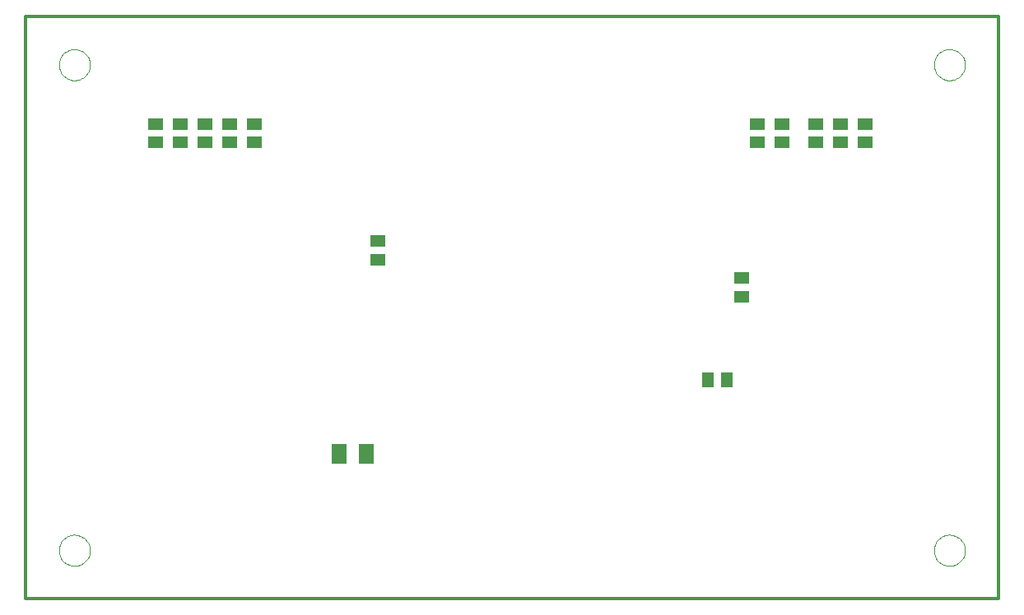
<source format=gtp>
G75*
%MOIN*%
%OFA0B0*%
%FSLAX24Y24*%
%IPPOS*%
%LPD*%
%AMOC8*
5,1,8,0,0,1.08239X$1,22.5*
%
%ADD10C,0.0120*%
%ADD11R,0.0591X0.0512*%
%ADD12R,0.0512X0.0591*%
%ADD13R,0.0630X0.0787*%
%ADD14C,0.0000*%
D10*
X009609Y006799D02*
X009609Y030421D01*
X048979Y030421D01*
X048979Y006799D01*
X009609Y006799D01*
D11*
X023859Y020551D03*
X023859Y021299D03*
X018859Y025301D03*
X018859Y026049D03*
X017859Y026049D03*
X016859Y026049D03*
X016859Y025301D03*
X017859Y025301D03*
X015859Y025301D03*
X015859Y026049D03*
X014859Y026049D03*
X014859Y025301D03*
X038609Y019799D03*
X038609Y019051D03*
X039234Y025301D03*
X039234Y026049D03*
X040234Y026049D03*
X040234Y025301D03*
X041609Y025301D03*
X042609Y025301D03*
X042609Y026049D03*
X041609Y026049D03*
X043609Y026049D03*
X043609Y025301D03*
D12*
X037983Y015675D03*
X037235Y015675D03*
D13*
X023410Y012675D03*
X022307Y012675D03*
D14*
X010947Y008767D02*
X010949Y008817D01*
X010955Y008867D01*
X010965Y008916D01*
X010979Y008964D01*
X010996Y009011D01*
X011017Y009056D01*
X011042Y009100D01*
X011070Y009141D01*
X011102Y009180D01*
X011136Y009217D01*
X011173Y009251D01*
X011213Y009281D01*
X011255Y009308D01*
X011299Y009332D01*
X011345Y009353D01*
X011392Y009369D01*
X011440Y009382D01*
X011490Y009391D01*
X011539Y009396D01*
X011590Y009397D01*
X011640Y009394D01*
X011689Y009387D01*
X011738Y009376D01*
X011786Y009361D01*
X011832Y009343D01*
X011877Y009321D01*
X011920Y009295D01*
X011961Y009266D01*
X012000Y009234D01*
X012036Y009199D01*
X012068Y009161D01*
X012098Y009121D01*
X012125Y009078D01*
X012148Y009034D01*
X012167Y008988D01*
X012183Y008940D01*
X012195Y008891D01*
X012203Y008842D01*
X012207Y008792D01*
X012207Y008742D01*
X012203Y008692D01*
X012195Y008643D01*
X012183Y008594D01*
X012167Y008546D01*
X012148Y008500D01*
X012125Y008456D01*
X012098Y008413D01*
X012068Y008373D01*
X012036Y008335D01*
X012000Y008300D01*
X011961Y008268D01*
X011920Y008239D01*
X011877Y008213D01*
X011832Y008191D01*
X011786Y008173D01*
X011738Y008158D01*
X011689Y008147D01*
X011640Y008140D01*
X011590Y008137D01*
X011539Y008138D01*
X011490Y008143D01*
X011440Y008152D01*
X011392Y008165D01*
X011345Y008181D01*
X011299Y008202D01*
X011255Y008226D01*
X011213Y008253D01*
X011173Y008283D01*
X011136Y008317D01*
X011102Y008354D01*
X011070Y008393D01*
X011042Y008434D01*
X011017Y008478D01*
X010996Y008523D01*
X010979Y008570D01*
X010965Y008618D01*
X010955Y008667D01*
X010949Y008717D01*
X010947Y008767D01*
X010947Y028452D02*
X010949Y028502D01*
X010955Y028552D01*
X010965Y028601D01*
X010979Y028649D01*
X010996Y028696D01*
X011017Y028741D01*
X011042Y028785D01*
X011070Y028826D01*
X011102Y028865D01*
X011136Y028902D01*
X011173Y028936D01*
X011213Y028966D01*
X011255Y028993D01*
X011299Y029017D01*
X011345Y029038D01*
X011392Y029054D01*
X011440Y029067D01*
X011490Y029076D01*
X011539Y029081D01*
X011590Y029082D01*
X011640Y029079D01*
X011689Y029072D01*
X011738Y029061D01*
X011786Y029046D01*
X011832Y029028D01*
X011877Y029006D01*
X011920Y028980D01*
X011961Y028951D01*
X012000Y028919D01*
X012036Y028884D01*
X012068Y028846D01*
X012098Y028806D01*
X012125Y028763D01*
X012148Y028719D01*
X012167Y028673D01*
X012183Y028625D01*
X012195Y028576D01*
X012203Y028527D01*
X012207Y028477D01*
X012207Y028427D01*
X012203Y028377D01*
X012195Y028328D01*
X012183Y028279D01*
X012167Y028231D01*
X012148Y028185D01*
X012125Y028141D01*
X012098Y028098D01*
X012068Y028058D01*
X012036Y028020D01*
X012000Y027985D01*
X011961Y027953D01*
X011920Y027924D01*
X011877Y027898D01*
X011832Y027876D01*
X011786Y027858D01*
X011738Y027843D01*
X011689Y027832D01*
X011640Y027825D01*
X011590Y027822D01*
X011539Y027823D01*
X011490Y027828D01*
X011440Y027837D01*
X011392Y027850D01*
X011345Y027866D01*
X011299Y027887D01*
X011255Y027911D01*
X011213Y027938D01*
X011173Y027968D01*
X011136Y028002D01*
X011102Y028039D01*
X011070Y028078D01*
X011042Y028119D01*
X011017Y028163D01*
X010996Y028208D01*
X010979Y028255D01*
X010965Y028303D01*
X010955Y028352D01*
X010949Y028402D01*
X010947Y028452D01*
X046380Y028452D02*
X046382Y028502D01*
X046388Y028552D01*
X046398Y028601D01*
X046412Y028649D01*
X046429Y028696D01*
X046450Y028741D01*
X046475Y028785D01*
X046503Y028826D01*
X046535Y028865D01*
X046569Y028902D01*
X046606Y028936D01*
X046646Y028966D01*
X046688Y028993D01*
X046732Y029017D01*
X046778Y029038D01*
X046825Y029054D01*
X046873Y029067D01*
X046923Y029076D01*
X046972Y029081D01*
X047023Y029082D01*
X047073Y029079D01*
X047122Y029072D01*
X047171Y029061D01*
X047219Y029046D01*
X047265Y029028D01*
X047310Y029006D01*
X047353Y028980D01*
X047394Y028951D01*
X047433Y028919D01*
X047469Y028884D01*
X047501Y028846D01*
X047531Y028806D01*
X047558Y028763D01*
X047581Y028719D01*
X047600Y028673D01*
X047616Y028625D01*
X047628Y028576D01*
X047636Y028527D01*
X047640Y028477D01*
X047640Y028427D01*
X047636Y028377D01*
X047628Y028328D01*
X047616Y028279D01*
X047600Y028231D01*
X047581Y028185D01*
X047558Y028141D01*
X047531Y028098D01*
X047501Y028058D01*
X047469Y028020D01*
X047433Y027985D01*
X047394Y027953D01*
X047353Y027924D01*
X047310Y027898D01*
X047265Y027876D01*
X047219Y027858D01*
X047171Y027843D01*
X047122Y027832D01*
X047073Y027825D01*
X047023Y027822D01*
X046972Y027823D01*
X046923Y027828D01*
X046873Y027837D01*
X046825Y027850D01*
X046778Y027866D01*
X046732Y027887D01*
X046688Y027911D01*
X046646Y027938D01*
X046606Y027968D01*
X046569Y028002D01*
X046535Y028039D01*
X046503Y028078D01*
X046475Y028119D01*
X046450Y028163D01*
X046429Y028208D01*
X046412Y028255D01*
X046398Y028303D01*
X046388Y028352D01*
X046382Y028402D01*
X046380Y028452D01*
X046380Y008767D02*
X046382Y008817D01*
X046388Y008867D01*
X046398Y008916D01*
X046412Y008964D01*
X046429Y009011D01*
X046450Y009056D01*
X046475Y009100D01*
X046503Y009141D01*
X046535Y009180D01*
X046569Y009217D01*
X046606Y009251D01*
X046646Y009281D01*
X046688Y009308D01*
X046732Y009332D01*
X046778Y009353D01*
X046825Y009369D01*
X046873Y009382D01*
X046923Y009391D01*
X046972Y009396D01*
X047023Y009397D01*
X047073Y009394D01*
X047122Y009387D01*
X047171Y009376D01*
X047219Y009361D01*
X047265Y009343D01*
X047310Y009321D01*
X047353Y009295D01*
X047394Y009266D01*
X047433Y009234D01*
X047469Y009199D01*
X047501Y009161D01*
X047531Y009121D01*
X047558Y009078D01*
X047581Y009034D01*
X047600Y008988D01*
X047616Y008940D01*
X047628Y008891D01*
X047636Y008842D01*
X047640Y008792D01*
X047640Y008742D01*
X047636Y008692D01*
X047628Y008643D01*
X047616Y008594D01*
X047600Y008546D01*
X047581Y008500D01*
X047558Y008456D01*
X047531Y008413D01*
X047501Y008373D01*
X047469Y008335D01*
X047433Y008300D01*
X047394Y008268D01*
X047353Y008239D01*
X047310Y008213D01*
X047265Y008191D01*
X047219Y008173D01*
X047171Y008158D01*
X047122Y008147D01*
X047073Y008140D01*
X047023Y008137D01*
X046972Y008138D01*
X046923Y008143D01*
X046873Y008152D01*
X046825Y008165D01*
X046778Y008181D01*
X046732Y008202D01*
X046688Y008226D01*
X046646Y008253D01*
X046606Y008283D01*
X046569Y008317D01*
X046535Y008354D01*
X046503Y008393D01*
X046475Y008434D01*
X046450Y008478D01*
X046429Y008523D01*
X046412Y008570D01*
X046398Y008618D01*
X046388Y008667D01*
X046382Y008717D01*
X046380Y008767D01*
M02*

</source>
